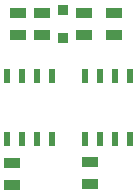
<source format=gbr>
G04 #@! TF.GenerationSoftware,KiCad,Pcbnew,5.0.2-bee76a0~70~ubuntu18.04.1*
G04 #@! TF.CreationDate,2019-03-07T20:11:12+01:00*
G04 #@! TF.ProjectId,bus-module_attiny1634,6275732d-6d6f-4647-956c-655f61747469,C*
G04 #@! TF.SameCoordinates,Original*
G04 #@! TF.FileFunction,Paste,Bot*
G04 #@! TF.FilePolarity,Positive*
%FSLAX46Y46*%
G04 Gerber Fmt 4.6, Leading zero omitted, Abs format (unit mm)*
G04 Created by KiCad (PCBNEW 5.0.2-bee76a0~70~ubuntu18.04.1) date Do 07 Mär 2019 20:11:12 CET*
%MOMM*%
%LPD*%
G01*
G04 APERTURE LIST*
%ADD10R,1.397000X0.889000*%
%ADD11R,0.914400X0.914400*%
%ADD12R,0.508000X1.143000*%
G04 APERTURE END LIST*
D10*
G04 #@! TO.C,C7*
X102608000Y-101100000D03*
X102608000Y-103005000D03*
G04 #@! TD*
G04 #@! TO.C,C4*
X96004000Y-103068500D03*
X96004000Y-101163500D03*
G04 #@! TD*
D11*
G04 #@! TO.C,D1*
X100322000Y-88239980D03*
X100322000Y-90592020D03*
G04 #@! TD*
D10*
G04 #@! TO.C,R5*
X98544000Y-90368500D03*
X98544000Y-88463500D03*
G04 #@! TD*
G04 #@! TO.C,R6*
X102100000Y-90368500D03*
X102100000Y-88463500D03*
G04 #@! TD*
G04 #@! TO.C,R1*
X104640000Y-90368500D03*
X104640000Y-88463500D03*
G04 #@! TD*
G04 #@! TO.C,C1*
X96512000Y-90368500D03*
X96512000Y-88463500D03*
G04 #@! TD*
D12*
G04 #@! TO.C,U4*
X99433000Y-93861000D03*
X98163000Y-93861000D03*
X96893000Y-93861000D03*
X99433000Y-99195000D03*
X98163000Y-99195000D03*
X96893000Y-99195000D03*
X95623000Y-93861000D03*
X95623000Y-99195000D03*
G04 #@! TD*
G04 #@! TO.C,U2*
X106037000Y-93861000D03*
X104767000Y-93861000D03*
X103497000Y-93861000D03*
X106037000Y-99195000D03*
X104767000Y-99195000D03*
X103497000Y-99195000D03*
X102227000Y-93861000D03*
X102227000Y-99195000D03*
G04 #@! TD*
M02*

</source>
